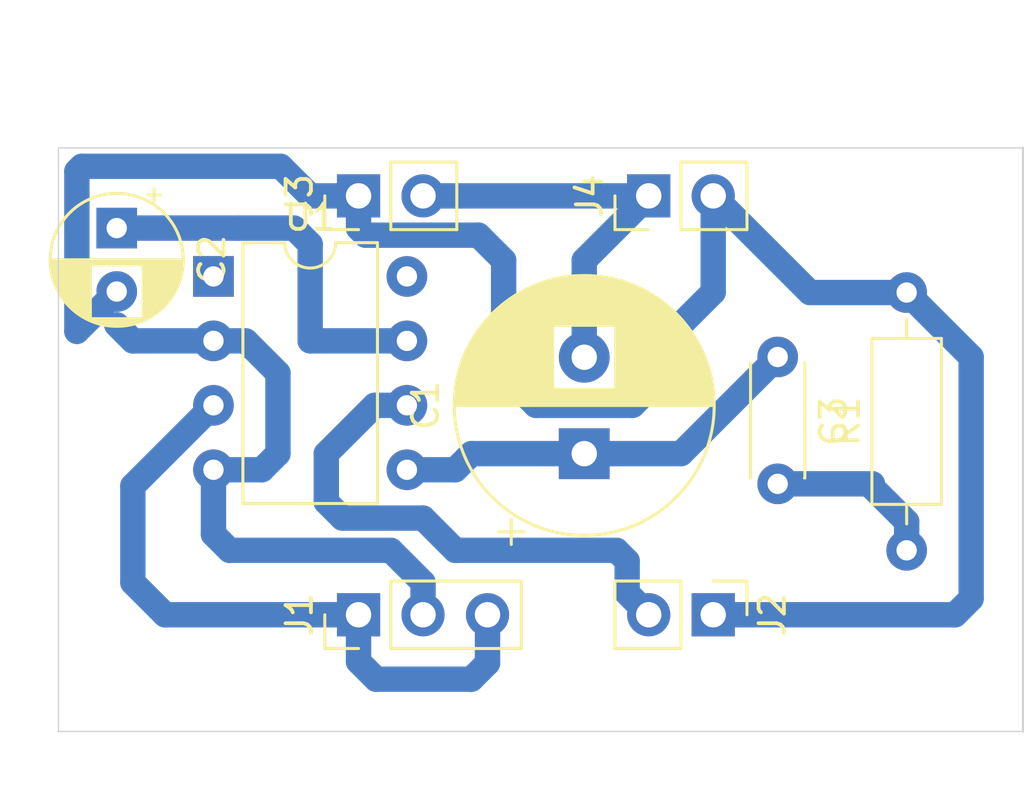
<source format=kicad_pcb>
(kicad_pcb (version 20171130) (host pcbnew "(5.1.4)-1")

  (general
    (thickness 1.6)
    (drawings 4)
    (tracks 72)
    (zones 0)
    (modules 9)
    (nets 10)
  )

  (page A4)
  (layers
    (0 F.Cu signal)
    (31 B.Cu signal)
    (32 B.Adhes user)
    (33 F.Adhes user)
    (34 B.Paste user)
    (35 F.Paste user)
    (36 B.SilkS user)
    (37 F.SilkS user)
    (38 B.Mask user)
    (39 F.Mask user)
    (40 Dwgs.User user)
    (41 Cmts.User user)
    (42 Eco1.User user)
    (43 Eco2.User user)
    (44 Edge.Cuts user)
    (45 Margin user)
    (46 B.CrtYd user)
    (47 F.CrtYd user)
    (48 B.Fab user)
    (49 F.Fab user)
  )

  (setup
    (last_trace_width 1)
    (trace_clearance 0.2)
    (zone_clearance 0.508)
    (zone_45_only no)
    (trace_min 0.2)
    (via_size 0.8)
    (via_drill 0.4)
    (via_min_size 0.4)
    (via_min_drill 0.3)
    (uvia_size 0.3)
    (uvia_drill 0.1)
    (uvias_allowed no)
    (uvia_min_size 0.2)
    (uvia_min_drill 0.1)
    (edge_width 0.05)
    (segment_width 0.2)
    (pcb_text_width 0.3)
    (pcb_text_size 1.5 1.5)
    (mod_edge_width 0.12)
    (mod_text_size 1 1)
    (mod_text_width 0.15)
    (pad_size 1.524 1.524)
    (pad_drill 0.762)
    (pad_to_mask_clearance 0.051)
    (solder_mask_min_width 0.25)
    (aux_axis_origin 0 0)
    (visible_elements FFFFFF7F)
    (pcbplotparams
      (layerselection 0x010fc_ffffffff)
      (usegerberextensions false)
      (usegerberattributes false)
      (usegerberadvancedattributes false)
      (creategerberjobfile false)
      (excludeedgelayer true)
      (linewidth 0.100000)
      (plotframeref false)
      (viasonmask false)
      (mode 1)
      (useauxorigin false)
      (hpglpennumber 1)
      (hpglpenspeed 20)
      (hpglpendiameter 15.000000)
      (psnegative false)
      (psa4output false)
      (plotreference true)
      (plotvalue true)
      (plotinvisibletext false)
      (padsonsilk false)
      (subtractmaskfromsilk false)
      (outputformat 1)
      (mirror false)
      (drillshape 1)
      (scaleselection 1)
      (outputdirectory ""))
  )

  (net 0 "")
  (net 1 "Net-(C1-Pad1)")
  (net 2 "Net-(C1-Pad2)")
  (net 3 "Net-(C2-Pad1)")
  (net 4 "Net-(C2-Pad2)")
  (net 5 "Net-(C3-Pad2)")
  (net 6 "Net-(J1-Pad1)")
  (net 7 "Net-(J2-Pad2)")
  (net 8 "Net-(U1-Pad1)")
  (net 9 "Net-(U1-Pad8)")

  (net_class Default "Dies ist die voreingestellte Netzklasse."
    (clearance 0.2)
    (trace_width 1)
    (via_dia 0.8)
    (via_drill 0.4)
    (uvia_dia 0.3)
    (uvia_drill 0.1)
    (add_net "Net-(C1-Pad1)")
    (add_net "Net-(C1-Pad2)")
    (add_net "Net-(C2-Pad1)")
    (add_net "Net-(C2-Pad2)")
    (add_net "Net-(C3-Pad2)")
    (add_net "Net-(J1-Pad1)")
    (add_net "Net-(J2-Pad2)")
    (add_net "Net-(U1-Pad1)")
    (add_net "Net-(U1-Pad8)")
  )

  (module Capacitor_THT:CP_Radial_D10.0mm_P3.80mm (layer F.Cu) (tedit 5AE50EF1) (tstamp 5DD6D354)
    (at 111.76 92.71 90)
    (descr "CP, Radial series, Radial, pin pitch=3.80mm, , diameter=10mm, Electrolytic Capacitor")
    (tags "CP Radial series Radial pin pitch 3.80mm  diameter 10mm Electrolytic Capacitor")
    (path /5DD67FB8)
    (fp_text reference C1 (at 1.9 -6.25 90) (layer F.SilkS)
      (effects (font (size 1 1) (thickness 0.15)))
    )
    (fp_text value CP (at 1.9 6.25 90) (layer F.Fab)
      (effects (font (size 1 1) (thickness 0.15)))
    )
    (fp_circle (center 1.9 0) (end 6.9 0) (layer F.Fab) (width 0.1))
    (fp_circle (center 1.9 0) (end 7.02 0) (layer F.SilkS) (width 0.12))
    (fp_circle (center 1.9 0) (end 7.15 0) (layer F.CrtYd) (width 0.05))
    (fp_line (start -2.388861 -2.1875) (end -1.388861 -2.1875) (layer F.Fab) (width 0.1))
    (fp_line (start -1.888861 -2.6875) (end -1.888861 -1.6875) (layer F.Fab) (width 0.1))
    (fp_line (start 1.9 -5.08) (end 1.9 5.08) (layer F.SilkS) (width 0.12))
    (fp_line (start 1.94 -5.08) (end 1.94 5.08) (layer F.SilkS) (width 0.12))
    (fp_line (start 1.98 -5.08) (end 1.98 5.08) (layer F.SilkS) (width 0.12))
    (fp_line (start 2.02 -5.079) (end 2.02 5.079) (layer F.SilkS) (width 0.12))
    (fp_line (start 2.06 -5.078) (end 2.06 5.078) (layer F.SilkS) (width 0.12))
    (fp_line (start 2.1 -5.077) (end 2.1 5.077) (layer F.SilkS) (width 0.12))
    (fp_line (start 2.14 -5.075) (end 2.14 5.075) (layer F.SilkS) (width 0.12))
    (fp_line (start 2.18 -5.073) (end 2.18 5.073) (layer F.SilkS) (width 0.12))
    (fp_line (start 2.22 -5.07) (end 2.22 5.07) (layer F.SilkS) (width 0.12))
    (fp_line (start 2.26 -5.068) (end 2.26 5.068) (layer F.SilkS) (width 0.12))
    (fp_line (start 2.3 -5.065) (end 2.3 5.065) (layer F.SilkS) (width 0.12))
    (fp_line (start 2.34 -5.062) (end 2.34 5.062) (layer F.SilkS) (width 0.12))
    (fp_line (start 2.38 -5.058) (end 2.38 5.058) (layer F.SilkS) (width 0.12))
    (fp_line (start 2.42 -5.054) (end 2.42 5.054) (layer F.SilkS) (width 0.12))
    (fp_line (start 2.46 -5.05) (end 2.46 5.05) (layer F.SilkS) (width 0.12))
    (fp_line (start 2.5 -5.045) (end 2.5 5.045) (layer F.SilkS) (width 0.12))
    (fp_line (start 2.54 -5.04) (end 2.54 5.04) (layer F.SilkS) (width 0.12))
    (fp_line (start 2.58 -5.035) (end 2.58 -1.241) (layer F.SilkS) (width 0.12))
    (fp_line (start 2.58 1.241) (end 2.58 5.035) (layer F.SilkS) (width 0.12))
    (fp_line (start 2.621 -5.03) (end 2.621 -1.241) (layer F.SilkS) (width 0.12))
    (fp_line (start 2.621 1.241) (end 2.621 5.03) (layer F.SilkS) (width 0.12))
    (fp_line (start 2.661 -5.024) (end 2.661 -1.241) (layer F.SilkS) (width 0.12))
    (fp_line (start 2.661 1.241) (end 2.661 5.024) (layer F.SilkS) (width 0.12))
    (fp_line (start 2.701 -5.018) (end 2.701 -1.241) (layer F.SilkS) (width 0.12))
    (fp_line (start 2.701 1.241) (end 2.701 5.018) (layer F.SilkS) (width 0.12))
    (fp_line (start 2.741 -5.011) (end 2.741 -1.241) (layer F.SilkS) (width 0.12))
    (fp_line (start 2.741 1.241) (end 2.741 5.011) (layer F.SilkS) (width 0.12))
    (fp_line (start 2.781 -5.004) (end 2.781 -1.241) (layer F.SilkS) (width 0.12))
    (fp_line (start 2.781 1.241) (end 2.781 5.004) (layer F.SilkS) (width 0.12))
    (fp_line (start 2.821 -4.997) (end 2.821 -1.241) (layer F.SilkS) (width 0.12))
    (fp_line (start 2.821 1.241) (end 2.821 4.997) (layer F.SilkS) (width 0.12))
    (fp_line (start 2.861 -4.99) (end 2.861 -1.241) (layer F.SilkS) (width 0.12))
    (fp_line (start 2.861 1.241) (end 2.861 4.99) (layer F.SilkS) (width 0.12))
    (fp_line (start 2.901 -4.982) (end 2.901 -1.241) (layer F.SilkS) (width 0.12))
    (fp_line (start 2.901 1.241) (end 2.901 4.982) (layer F.SilkS) (width 0.12))
    (fp_line (start 2.941 -4.974) (end 2.941 -1.241) (layer F.SilkS) (width 0.12))
    (fp_line (start 2.941 1.241) (end 2.941 4.974) (layer F.SilkS) (width 0.12))
    (fp_line (start 2.981 -4.965) (end 2.981 -1.241) (layer F.SilkS) (width 0.12))
    (fp_line (start 2.981 1.241) (end 2.981 4.965) (layer F.SilkS) (width 0.12))
    (fp_line (start 3.021 -4.956) (end 3.021 -1.241) (layer F.SilkS) (width 0.12))
    (fp_line (start 3.021 1.241) (end 3.021 4.956) (layer F.SilkS) (width 0.12))
    (fp_line (start 3.061 -4.947) (end 3.061 -1.241) (layer F.SilkS) (width 0.12))
    (fp_line (start 3.061 1.241) (end 3.061 4.947) (layer F.SilkS) (width 0.12))
    (fp_line (start 3.101 -4.938) (end 3.101 -1.241) (layer F.SilkS) (width 0.12))
    (fp_line (start 3.101 1.241) (end 3.101 4.938) (layer F.SilkS) (width 0.12))
    (fp_line (start 3.141 -4.928) (end 3.141 -1.241) (layer F.SilkS) (width 0.12))
    (fp_line (start 3.141 1.241) (end 3.141 4.928) (layer F.SilkS) (width 0.12))
    (fp_line (start 3.181 -4.918) (end 3.181 -1.241) (layer F.SilkS) (width 0.12))
    (fp_line (start 3.181 1.241) (end 3.181 4.918) (layer F.SilkS) (width 0.12))
    (fp_line (start 3.221 -4.907) (end 3.221 -1.241) (layer F.SilkS) (width 0.12))
    (fp_line (start 3.221 1.241) (end 3.221 4.907) (layer F.SilkS) (width 0.12))
    (fp_line (start 3.261 -4.897) (end 3.261 -1.241) (layer F.SilkS) (width 0.12))
    (fp_line (start 3.261 1.241) (end 3.261 4.897) (layer F.SilkS) (width 0.12))
    (fp_line (start 3.301 -4.885) (end 3.301 -1.241) (layer F.SilkS) (width 0.12))
    (fp_line (start 3.301 1.241) (end 3.301 4.885) (layer F.SilkS) (width 0.12))
    (fp_line (start 3.341 -4.874) (end 3.341 -1.241) (layer F.SilkS) (width 0.12))
    (fp_line (start 3.341 1.241) (end 3.341 4.874) (layer F.SilkS) (width 0.12))
    (fp_line (start 3.381 -4.862) (end 3.381 -1.241) (layer F.SilkS) (width 0.12))
    (fp_line (start 3.381 1.241) (end 3.381 4.862) (layer F.SilkS) (width 0.12))
    (fp_line (start 3.421 -4.85) (end 3.421 -1.241) (layer F.SilkS) (width 0.12))
    (fp_line (start 3.421 1.241) (end 3.421 4.85) (layer F.SilkS) (width 0.12))
    (fp_line (start 3.461 -4.837) (end 3.461 -1.241) (layer F.SilkS) (width 0.12))
    (fp_line (start 3.461 1.241) (end 3.461 4.837) (layer F.SilkS) (width 0.12))
    (fp_line (start 3.501 -4.824) (end 3.501 -1.241) (layer F.SilkS) (width 0.12))
    (fp_line (start 3.501 1.241) (end 3.501 4.824) (layer F.SilkS) (width 0.12))
    (fp_line (start 3.541 -4.811) (end 3.541 -1.241) (layer F.SilkS) (width 0.12))
    (fp_line (start 3.541 1.241) (end 3.541 4.811) (layer F.SilkS) (width 0.12))
    (fp_line (start 3.581 -4.797) (end 3.581 -1.241) (layer F.SilkS) (width 0.12))
    (fp_line (start 3.581 1.241) (end 3.581 4.797) (layer F.SilkS) (width 0.12))
    (fp_line (start 3.621 -4.783) (end 3.621 -1.241) (layer F.SilkS) (width 0.12))
    (fp_line (start 3.621 1.241) (end 3.621 4.783) (layer F.SilkS) (width 0.12))
    (fp_line (start 3.661 -4.768) (end 3.661 -1.241) (layer F.SilkS) (width 0.12))
    (fp_line (start 3.661 1.241) (end 3.661 4.768) (layer F.SilkS) (width 0.12))
    (fp_line (start 3.701 -4.754) (end 3.701 -1.241) (layer F.SilkS) (width 0.12))
    (fp_line (start 3.701 1.241) (end 3.701 4.754) (layer F.SilkS) (width 0.12))
    (fp_line (start 3.741 -4.738) (end 3.741 -1.241) (layer F.SilkS) (width 0.12))
    (fp_line (start 3.741 1.241) (end 3.741 4.738) (layer F.SilkS) (width 0.12))
    (fp_line (start 3.781 -4.723) (end 3.781 -1.241) (layer F.SilkS) (width 0.12))
    (fp_line (start 3.781 1.241) (end 3.781 4.723) (layer F.SilkS) (width 0.12))
    (fp_line (start 3.821 -4.707) (end 3.821 -1.241) (layer F.SilkS) (width 0.12))
    (fp_line (start 3.821 1.241) (end 3.821 4.707) (layer F.SilkS) (width 0.12))
    (fp_line (start 3.861 -4.69) (end 3.861 -1.241) (layer F.SilkS) (width 0.12))
    (fp_line (start 3.861 1.241) (end 3.861 4.69) (layer F.SilkS) (width 0.12))
    (fp_line (start 3.901 -4.674) (end 3.901 -1.241) (layer F.SilkS) (width 0.12))
    (fp_line (start 3.901 1.241) (end 3.901 4.674) (layer F.SilkS) (width 0.12))
    (fp_line (start 3.941 -4.657) (end 3.941 -1.241) (layer F.SilkS) (width 0.12))
    (fp_line (start 3.941 1.241) (end 3.941 4.657) (layer F.SilkS) (width 0.12))
    (fp_line (start 3.981 -4.639) (end 3.981 -1.241) (layer F.SilkS) (width 0.12))
    (fp_line (start 3.981 1.241) (end 3.981 4.639) (layer F.SilkS) (width 0.12))
    (fp_line (start 4.021 -4.621) (end 4.021 -1.241) (layer F.SilkS) (width 0.12))
    (fp_line (start 4.021 1.241) (end 4.021 4.621) (layer F.SilkS) (width 0.12))
    (fp_line (start 4.061 -4.603) (end 4.061 -1.241) (layer F.SilkS) (width 0.12))
    (fp_line (start 4.061 1.241) (end 4.061 4.603) (layer F.SilkS) (width 0.12))
    (fp_line (start 4.101 -4.584) (end 4.101 -1.241) (layer F.SilkS) (width 0.12))
    (fp_line (start 4.101 1.241) (end 4.101 4.584) (layer F.SilkS) (width 0.12))
    (fp_line (start 4.141 -4.564) (end 4.141 -1.241) (layer F.SilkS) (width 0.12))
    (fp_line (start 4.141 1.241) (end 4.141 4.564) (layer F.SilkS) (width 0.12))
    (fp_line (start 4.181 -4.545) (end 4.181 -1.241) (layer F.SilkS) (width 0.12))
    (fp_line (start 4.181 1.241) (end 4.181 4.545) (layer F.SilkS) (width 0.12))
    (fp_line (start 4.221 -4.525) (end 4.221 -1.241) (layer F.SilkS) (width 0.12))
    (fp_line (start 4.221 1.241) (end 4.221 4.525) (layer F.SilkS) (width 0.12))
    (fp_line (start 4.261 -4.504) (end 4.261 -1.241) (layer F.SilkS) (width 0.12))
    (fp_line (start 4.261 1.241) (end 4.261 4.504) (layer F.SilkS) (width 0.12))
    (fp_line (start 4.301 -4.483) (end 4.301 -1.241) (layer F.SilkS) (width 0.12))
    (fp_line (start 4.301 1.241) (end 4.301 4.483) (layer F.SilkS) (width 0.12))
    (fp_line (start 4.341 -4.462) (end 4.341 -1.241) (layer F.SilkS) (width 0.12))
    (fp_line (start 4.341 1.241) (end 4.341 4.462) (layer F.SilkS) (width 0.12))
    (fp_line (start 4.381 -4.44) (end 4.381 -1.241) (layer F.SilkS) (width 0.12))
    (fp_line (start 4.381 1.241) (end 4.381 4.44) (layer F.SilkS) (width 0.12))
    (fp_line (start 4.421 -4.417) (end 4.421 -1.241) (layer F.SilkS) (width 0.12))
    (fp_line (start 4.421 1.241) (end 4.421 4.417) (layer F.SilkS) (width 0.12))
    (fp_line (start 4.461 -4.395) (end 4.461 -1.241) (layer F.SilkS) (width 0.12))
    (fp_line (start 4.461 1.241) (end 4.461 4.395) (layer F.SilkS) (width 0.12))
    (fp_line (start 4.501 -4.371) (end 4.501 -1.241) (layer F.SilkS) (width 0.12))
    (fp_line (start 4.501 1.241) (end 4.501 4.371) (layer F.SilkS) (width 0.12))
    (fp_line (start 4.541 -4.347) (end 4.541 -1.241) (layer F.SilkS) (width 0.12))
    (fp_line (start 4.541 1.241) (end 4.541 4.347) (layer F.SilkS) (width 0.12))
    (fp_line (start 4.581 -4.323) (end 4.581 -1.241) (layer F.SilkS) (width 0.12))
    (fp_line (start 4.581 1.241) (end 4.581 4.323) (layer F.SilkS) (width 0.12))
    (fp_line (start 4.621 -4.298) (end 4.621 -1.241) (layer F.SilkS) (width 0.12))
    (fp_line (start 4.621 1.241) (end 4.621 4.298) (layer F.SilkS) (width 0.12))
    (fp_line (start 4.661 -4.273) (end 4.661 -1.241) (layer F.SilkS) (width 0.12))
    (fp_line (start 4.661 1.241) (end 4.661 4.273) (layer F.SilkS) (width 0.12))
    (fp_line (start 4.701 -4.247) (end 4.701 -1.241) (layer F.SilkS) (width 0.12))
    (fp_line (start 4.701 1.241) (end 4.701 4.247) (layer F.SilkS) (width 0.12))
    (fp_line (start 4.741 -4.221) (end 4.741 -1.241) (layer F.SilkS) (width 0.12))
    (fp_line (start 4.741 1.241) (end 4.741 4.221) (layer F.SilkS) (width 0.12))
    (fp_line (start 4.781 -4.194) (end 4.781 -1.241) (layer F.SilkS) (width 0.12))
    (fp_line (start 4.781 1.241) (end 4.781 4.194) (layer F.SilkS) (width 0.12))
    (fp_line (start 4.821 -4.166) (end 4.821 -1.241) (layer F.SilkS) (width 0.12))
    (fp_line (start 4.821 1.241) (end 4.821 4.166) (layer F.SilkS) (width 0.12))
    (fp_line (start 4.861 -4.138) (end 4.861 -1.241) (layer F.SilkS) (width 0.12))
    (fp_line (start 4.861 1.241) (end 4.861 4.138) (layer F.SilkS) (width 0.12))
    (fp_line (start 4.901 -4.11) (end 4.901 -1.241) (layer F.SilkS) (width 0.12))
    (fp_line (start 4.901 1.241) (end 4.901 4.11) (layer F.SilkS) (width 0.12))
    (fp_line (start 4.941 -4.08) (end 4.941 -1.241) (layer F.SilkS) (width 0.12))
    (fp_line (start 4.941 1.241) (end 4.941 4.08) (layer F.SilkS) (width 0.12))
    (fp_line (start 4.981 -4.05) (end 4.981 -1.241) (layer F.SilkS) (width 0.12))
    (fp_line (start 4.981 1.241) (end 4.981 4.05) (layer F.SilkS) (width 0.12))
    (fp_line (start 5.021 -4.02) (end 5.021 -1.241) (layer F.SilkS) (width 0.12))
    (fp_line (start 5.021 1.241) (end 5.021 4.02) (layer F.SilkS) (width 0.12))
    (fp_line (start 5.061 -3.989) (end 5.061 3.989) (layer F.SilkS) (width 0.12))
    (fp_line (start 5.101 -3.957) (end 5.101 3.957) (layer F.SilkS) (width 0.12))
    (fp_line (start 5.141 -3.925) (end 5.141 3.925) (layer F.SilkS) (width 0.12))
    (fp_line (start 5.181 -3.892) (end 5.181 3.892) (layer F.SilkS) (width 0.12))
    (fp_line (start 5.221 -3.858) (end 5.221 3.858) (layer F.SilkS) (width 0.12))
    (fp_line (start 5.261 -3.824) (end 5.261 3.824) (layer F.SilkS) (width 0.12))
    (fp_line (start 5.301 -3.789) (end 5.301 3.789) (layer F.SilkS) (width 0.12))
    (fp_line (start 5.341 -3.753) (end 5.341 3.753) (layer F.SilkS) (width 0.12))
    (fp_line (start 5.381 -3.716) (end 5.381 3.716) (layer F.SilkS) (width 0.12))
    (fp_line (start 5.421 -3.679) (end 5.421 3.679) (layer F.SilkS) (width 0.12))
    (fp_line (start 5.461 -3.64) (end 5.461 3.64) (layer F.SilkS) (width 0.12))
    (fp_line (start 5.501 -3.601) (end 5.501 3.601) (layer F.SilkS) (width 0.12))
    (fp_line (start 5.541 -3.561) (end 5.541 3.561) (layer F.SilkS) (width 0.12))
    (fp_line (start 5.581 -3.52) (end 5.581 3.52) (layer F.SilkS) (width 0.12))
    (fp_line (start 5.621 -3.478) (end 5.621 3.478) (layer F.SilkS) (width 0.12))
    (fp_line (start 5.661 -3.436) (end 5.661 3.436) (layer F.SilkS) (width 0.12))
    (fp_line (start 5.701 -3.392) (end 5.701 3.392) (layer F.SilkS) (width 0.12))
    (fp_line (start 5.741 -3.347) (end 5.741 3.347) (layer F.SilkS) (width 0.12))
    (fp_line (start 5.781 -3.301) (end 5.781 3.301) (layer F.SilkS) (width 0.12))
    (fp_line (start 5.821 -3.254) (end 5.821 3.254) (layer F.SilkS) (width 0.12))
    (fp_line (start 5.861 -3.206) (end 5.861 3.206) (layer F.SilkS) (width 0.12))
    (fp_line (start 5.901 -3.156) (end 5.901 3.156) (layer F.SilkS) (width 0.12))
    (fp_line (start 5.941 -3.106) (end 5.941 3.106) (layer F.SilkS) (width 0.12))
    (fp_line (start 5.981 -3.054) (end 5.981 3.054) (layer F.SilkS) (width 0.12))
    (fp_line (start 6.021 -3) (end 6.021 3) (layer F.SilkS) (width 0.12))
    (fp_line (start 6.061 -2.945) (end 6.061 2.945) (layer F.SilkS) (width 0.12))
    (fp_line (start 6.101 -2.889) (end 6.101 2.889) (layer F.SilkS) (width 0.12))
    (fp_line (start 6.141 -2.83) (end 6.141 2.83) (layer F.SilkS) (width 0.12))
    (fp_line (start 6.181 -2.77) (end 6.181 2.77) (layer F.SilkS) (width 0.12))
    (fp_line (start 6.221 -2.709) (end 6.221 2.709) (layer F.SilkS) (width 0.12))
    (fp_line (start 6.261 -2.645) (end 6.261 2.645) (layer F.SilkS) (width 0.12))
    (fp_line (start 6.301 -2.579) (end 6.301 2.579) (layer F.SilkS) (width 0.12))
    (fp_line (start 6.341 -2.51) (end 6.341 2.51) (layer F.SilkS) (width 0.12))
    (fp_line (start 6.381 -2.439) (end 6.381 2.439) (layer F.SilkS) (width 0.12))
    (fp_line (start 6.421 -2.365) (end 6.421 2.365) (layer F.SilkS) (width 0.12))
    (fp_line (start 6.461 -2.289) (end 6.461 2.289) (layer F.SilkS) (width 0.12))
    (fp_line (start 6.501 -2.209) (end 6.501 2.209) (layer F.SilkS) (width 0.12))
    (fp_line (start 6.541 -2.125) (end 6.541 2.125) (layer F.SilkS) (width 0.12))
    (fp_line (start 6.581 -2.037) (end 6.581 2.037) (layer F.SilkS) (width 0.12))
    (fp_line (start 6.621 -1.944) (end 6.621 1.944) (layer F.SilkS) (width 0.12))
    (fp_line (start 6.661 -1.846) (end 6.661 1.846) (layer F.SilkS) (width 0.12))
    (fp_line (start 6.701 -1.742) (end 6.701 1.742) (layer F.SilkS) (width 0.12))
    (fp_line (start 6.741 -1.63) (end 6.741 1.63) (layer F.SilkS) (width 0.12))
    (fp_line (start 6.781 -1.51) (end 6.781 1.51) (layer F.SilkS) (width 0.12))
    (fp_line (start 6.821 -1.378) (end 6.821 1.378) (layer F.SilkS) (width 0.12))
    (fp_line (start 6.861 -1.23) (end 6.861 1.23) (layer F.SilkS) (width 0.12))
    (fp_line (start 6.901 -1.062) (end 6.901 1.062) (layer F.SilkS) (width 0.12))
    (fp_line (start 6.941 -0.862) (end 6.941 0.862) (layer F.SilkS) (width 0.12))
    (fp_line (start 6.981 -0.599) (end 6.981 0.599) (layer F.SilkS) (width 0.12))
    (fp_line (start -3.579646 -2.875) (end -2.579646 -2.875) (layer F.SilkS) (width 0.12))
    (fp_line (start -3.079646 -3.375) (end -3.079646 -2.375) (layer F.SilkS) (width 0.12))
    (fp_text user %R (at 1.9 0 90) (layer F.Fab)
      (effects (font (size 1 1) (thickness 0.15)))
    )
    (pad 1 thru_hole rect (at 0 0 90) (size 2 2) (drill 1) (layers *.Cu *.Mask)
      (net 1 "Net-(C1-Pad1)"))
    (pad 2 thru_hole circle (at 3.8 0 90) (size 2 2) (drill 1) (layers *.Cu *.Mask)
      (net 2 "Net-(C1-Pad2)"))
    (model ${KISYS3DMOD}/Capacitor_THT.3dshapes/CP_Radial_D10.0mm_P3.80mm.wrl
      (at (xyz 0 0 0))
      (scale (xyz 1 1 1))
      (rotate (xyz 0 0 0))
    )
  )

  (module Capacitor_THT:CP_Radial_D5.0mm_P2.50mm (layer F.Cu) (tedit 5AE50EF0) (tstamp 5DD6D3D8)
    (at 93.345 83.82 270)
    (descr "CP, Radial series, Radial, pin pitch=2.50mm, , diameter=5mm, Electrolytic Capacitor")
    (tags "CP Radial series Radial pin pitch 2.50mm  diameter 5mm Electrolytic Capacitor")
    (path /5DD684E8)
    (fp_text reference C2 (at 1.25 -3.75 90) (layer F.SilkS)
      (effects (font (size 1 1) (thickness 0.15)))
    )
    (fp_text value CP (at 1.25 3.75 90) (layer F.Fab)
      (effects (font (size 1 1) (thickness 0.15)))
    )
    (fp_circle (center 1.25 0) (end 3.75 0) (layer F.Fab) (width 0.1))
    (fp_circle (center 1.25 0) (end 3.87 0) (layer F.SilkS) (width 0.12))
    (fp_circle (center 1.25 0) (end 4 0) (layer F.CrtYd) (width 0.05))
    (fp_line (start -0.883605 -1.0875) (end -0.383605 -1.0875) (layer F.Fab) (width 0.1))
    (fp_line (start -0.633605 -1.3375) (end -0.633605 -0.8375) (layer F.Fab) (width 0.1))
    (fp_line (start 1.25 -2.58) (end 1.25 2.58) (layer F.SilkS) (width 0.12))
    (fp_line (start 1.29 -2.58) (end 1.29 2.58) (layer F.SilkS) (width 0.12))
    (fp_line (start 1.33 -2.579) (end 1.33 2.579) (layer F.SilkS) (width 0.12))
    (fp_line (start 1.37 -2.578) (end 1.37 2.578) (layer F.SilkS) (width 0.12))
    (fp_line (start 1.41 -2.576) (end 1.41 2.576) (layer F.SilkS) (width 0.12))
    (fp_line (start 1.45 -2.573) (end 1.45 2.573) (layer F.SilkS) (width 0.12))
    (fp_line (start 1.49 -2.569) (end 1.49 -1.04) (layer F.SilkS) (width 0.12))
    (fp_line (start 1.49 1.04) (end 1.49 2.569) (layer F.SilkS) (width 0.12))
    (fp_line (start 1.53 -2.565) (end 1.53 -1.04) (layer F.SilkS) (width 0.12))
    (fp_line (start 1.53 1.04) (end 1.53 2.565) (layer F.SilkS) (width 0.12))
    (fp_line (start 1.57 -2.561) (end 1.57 -1.04) (layer F.SilkS) (width 0.12))
    (fp_line (start 1.57 1.04) (end 1.57 2.561) (layer F.SilkS) (width 0.12))
    (fp_line (start 1.61 -2.556) (end 1.61 -1.04) (layer F.SilkS) (width 0.12))
    (fp_line (start 1.61 1.04) (end 1.61 2.556) (layer F.SilkS) (width 0.12))
    (fp_line (start 1.65 -2.55) (end 1.65 -1.04) (layer F.SilkS) (width 0.12))
    (fp_line (start 1.65 1.04) (end 1.65 2.55) (layer F.SilkS) (width 0.12))
    (fp_line (start 1.69 -2.543) (end 1.69 -1.04) (layer F.SilkS) (width 0.12))
    (fp_line (start 1.69 1.04) (end 1.69 2.543) (layer F.SilkS) (width 0.12))
    (fp_line (start 1.73 -2.536) (end 1.73 -1.04) (layer F.SilkS) (width 0.12))
    (fp_line (start 1.73 1.04) (end 1.73 2.536) (layer F.SilkS) (width 0.12))
    (fp_line (start 1.77 -2.528) (end 1.77 -1.04) (layer F.SilkS) (width 0.12))
    (fp_line (start 1.77 1.04) (end 1.77 2.528) (layer F.SilkS) (width 0.12))
    (fp_line (start 1.81 -2.52) (end 1.81 -1.04) (layer F.SilkS) (width 0.12))
    (fp_line (start 1.81 1.04) (end 1.81 2.52) (layer F.SilkS) (width 0.12))
    (fp_line (start 1.85 -2.511) (end 1.85 -1.04) (layer F.SilkS) (width 0.12))
    (fp_line (start 1.85 1.04) (end 1.85 2.511) (layer F.SilkS) (width 0.12))
    (fp_line (start 1.89 -2.501) (end 1.89 -1.04) (layer F.SilkS) (width 0.12))
    (fp_line (start 1.89 1.04) (end 1.89 2.501) (layer F.SilkS) (width 0.12))
    (fp_line (start 1.93 -2.491) (end 1.93 -1.04) (layer F.SilkS) (width 0.12))
    (fp_line (start 1.93 1.04) (end 1.93 2.491) (layer F.SilkS) (width 0.12))
    (fp_line (start 1.971 -2.48) (end 1.971 -1.04) (layer F.SilkS) (width 0.12))
    (fp_line (start 1.971 1.04) (end 1.971 2.48) (layer F.SilkS) (width 0.12))
    (fp_line (start 2.011 -2.468) (end 2.011 -1.04) (layer F.SilkS) (width 0.12))
    (fp_line (start 2.011 1.04) (end 2.011 2.468) (layer F.SilkS) (width 0.12))
    (fp_line (start 2.051 -2.455) (end 2.051 -1.04) (layer F.SilkS) (width 0.12))
    (fp_line (start 2.051 1.04) (end 2.051 2.455) (layer F.SilkS) (width 0.12))
    (fp_line (start 2.091 -2.442) (end 2.091 -1.04) (layer F.SilkS) (width 0.12))
    (fp_line (start 2.091 1.04) (end 2.091 2.442) (layer F.SilkS) (width 0.12))
    (fp_line (start 2.131 -2.428) (end 2.131 -1.04) (layer F.SilkS) (width 0.12))
    (fp_line (start 2.131 1.04) (end 2.131 2.428) (layer F.SilkS) (width 0.12))
    (fp_line (start 2.171 -2.414) (end 2.171 -1.04) (layer F.SilkS) (width 0.12))
    (fp_line (start 2.171 1.04) (end 2.171 2.414) (layer F.SilkS) (width 0.12))
    (fp_line (start 2.211 -2.398) (end 2.211 -1.04) (layer F.SilkS) (width 0.12))
    (fp_line (start 2.211 1.04) (end 2.211 2.398) (layer F.SilkS) (width 0.12))
    (fp_line (start 2.251 -2.382) (end 2.251 -1.04) (layer F.SilkS) (width 0.12))
    (fp_line (start 2.251 1.04) (end 2.251 2.382) (layer F.SilkS) (width 0.12))
    (fp_line (start 2.291 -2.365) (end 2.291 -1.04) (layer F.SilkS) (width 0.12))
    (fp_line (start 2.291 1.04) (end 2.291 2.365) (layer F.SilkS) (width 0.12))
    (fp_line (start 2.331 -2.348) (end 2.331 -1.04) (layer F.SilkS) (width 0.12))
    (fp_line (start 2.331 1.04) (end 2.331 2.348) (layer F.SilkS) (width 0.12))
    (fp_line (start 2.371 -2.329) (end 2.371 -1.04) (layer F.SilkS) (width 0.12))
    (fp_line (start 2.371 1.04) (end 2.371 2.329) (layer F.SilkS) (width 0.12))
    (fp_line (start 2.411 -2.31) (end 2.411 -1.04) (layer F.SilkS) (width 0.12))
    (fp_line (start 2.411 1.04) (end 2.411 2.31) (layer F.SilkS) (width 0.12))
    (fp_line (start 2.451 -2.29) (end 2.451 -1.04) (layer F.SilkS) (width 0.12))
    (fp_line (start 2.451 1.04) (end 2.451 2.29) (layer F.SilkS) (width 0.12))
    (fp_line (start 2.491 -2.268) (end 2.491 -1.04) (layer F.SilkS) (width 0.12))
    (fp_line (start 2.491 1.04) (end 2.491 2.268) (layer F.SilkS) (width 0.12))
    (fp_line (start 2.531 -2.247) (end 2.531 -1.04) (layer F.SilkS) (width 0.12))
    (fp_line (start 2.531 1.04) (end 2.531 2.247) (layer F.SilkS) (width 0.12))
    (fp_line (start 2.571 -2.224) (end 2.571 -1.04) (layer F.SilkS) (width 0.12))
    (fp_line (start 2.571 1.04) (end 2.571 2.224) (layer F.SilkS) (width 0.12))
    (fp_line (start 2.611 -2.2) (end 2.611 -1.04) (layer F.SilkS) (width 0.12))
    (fp_line (start 2.611 1.04) (end 2.611 2.2) (layer F.SilkS) (width 0.12))
    (fp_line (start 2.651 -2.175) (end 2.651 -1.04) (layer F.SilkS) (width 0.12))
    (fp_line (start 2.651 1.04) (end 2.651 2.175) (layer F.SilkS) (width 0.12))
    (fp_line (start 2.691 -2.149) (end 2.691 -1.04) (layer F.SilkS) (width 0.12))
    (fp_line (start 2.691 1.04) (end 2.691 2.149) (layer F.SilkS) (width 0.12))
    (fp_line (start 2.731 -2.122) (end 2.731 -1.04) (layer F.SilkS) (width 0.12))
    (fp_line (start 2.731 1.04) (end 2.731 2.122) (layer F.SilkS) (width 0.12))
    (fp_line (start 2.771 -2.095) (end 2.771 -1.04) (layer F.SilkS) (width 0.12))
    (fp_line (start 2.771 1.04) (end 2.771 2.095) (layer F.SilkS) (width 0.12))
    (fp_line (start 2.811 -2.065) (end 2.811 -1.04) (layer F.SilkS) (width 0.12))
    (fp_line (start 2.811 1.04) (end 2.811 2.065) (layer F.SilkS) (width 0.12))
    (fp_line (start 2.851 -2.035) (end 2.851 -1.04) (layer F.SilkS) (width 0.12))
    (fp_line (start 2.851 1.04) (end 2.851 2.035) (layer F.SilkS) (width 0.12))
    (fp_line (start 2.891 -2.004) (end 2.891 -1.04) (layer F.SilkS) (width 0.12))
    (fp_line (start 2.891 1.04) (end 2.891 2.004) (layer F.SilkS) (width 0.12))
    (fp_line (start 2.931 -1.971) (end 2.931 -1.04) (layer F.SilkS) (width 0.12))
    (fp_line (start 2.931 1.04) (end 2.931 1.971) (layer F.SilkS) (width 0.12))
    (fp_line (start 2.971 -1.937) (end 2.971 -1.04) (layer F.SilkS) (width 0.12))
    (fp_line (start 2.971 1.04) (end 2.971 1.937) (layer F.SilkS) (width 0.12))
    (fp_line (start 3.011 -1.901) (end 3.011 -1.04) (layer F.SilkS) (width 0.12))
    (fp_line (start 3.011 1.04) (end 3.011 1.901) (layer F.SilkS) (width 0.12))
    (fp_line (start 3.051 -1.864) (end 3.051 -1.04) (layer F.SilkS) (width 0.12))
    (fp_line (start 3.051 1.04) (end 3.051 1.864) (layer F.SilkS) (width 0.12))
    (fp_line (start 3.091 -1.826) (end 3.091 -1.04) (layer F.SilkS) (width 0.12))
    (fp_line (start 3.091 1.04) (end 3.091 1.826) (layer F.SilkS) (width 0.12))
    (fp_line (start 3.131 -1.785) (end 3.131 -1.04) (layer F.SilkS) (width 0.12))
    (fp_line (start 3.131 1.04) (end 3.131 1.785) (layer F.SilkS) (width 0.12))
    (fp_line (start 3.171 -1.743) (end 3.171 -1.04) (layer F.SilkS) (width 0.12))
    (fp_line (start 3.171 1.04) (end 3.171 1.743) (layer F.SilkS) (width 0.12))
    (fp_line (start 3.211 -1.699) (end 3.211 -1.04) (layer F.SilkS) (width 0.12))
    (fp_line (start 3.211 1.04) (end 3.211 1.699) (layer F.SilkS) (width 0.12))
    (fp_line (start 3.251 -1.653) (end 3.251 -1.04) (layer F.SilkS) (width 0.12))
    (fp_line (start 3.251 1.04) (end 3.251 1.653) (layer F.SilkS) (width 0.12))
    (fp_line (start 3.291 -1.605) (end 3.291 -1.04) (layer F.SilkS) (width 0.12))
    (fp_line (start 3.291 1.04) (end 3.291 1.605) (layer F.SilkS) (width 0.12))
    (fp_line (start 3.331 -1.554) (end 3.331 -1.04) (layer F.SilkS) (width 0.12))
    (fp_line (start 3.331 1.04) (end 3.331 1.554) (layer F.SilkS) (width 0.12))
    (fp_line (start 3.371 -1.5) (end 3.371 -1.04) (layer F.SilkS) (width 0.12))
    (fp_line (start 3.371 1.04) (end 3.371 1.5) (layer F.SilkS) (width 0.12))
    (fp_line (start 3.411 -1.443) (end 3.411 -1.04) (layer F.SilkS) (width 0.12))
    (fp_line (start 3.411 1.04) (end 3.411 1.443) (layer F.SilkS) (width 0.12))
    (fp_line (start 3.451 -1.383) (end 3.451 -1.04) (layer F.SilkS) (width 0.12))
    (fp_line (start 3.451 1.04) (end 3.451 1.383) (layer F.SilkS) (width 0.12))
    (fp_line (start 3.491 -1.319) (end 3.491 -1.04) (layer F.SilkS) (width 0.12))
    (fp_line (start 3.491 1.04) (end 3.491 1.319) (layer F.SilkS) (width 0.12))
    (fp_line (start 3.531 -1.251) (end 3.531 -1.04) (layer F.SilkS) (width 0.12))
    (fp_line (start 3.531 1.04) (end 3.531 1.251) (layer F.SilkS) (width 0.12))
    (fp_line (start 3.571 -1.178) (end 3.571 1.178) (layer F.SilkS) (width 0.12))
    (fp_line (start 3.611 -1.098) (end 3.611 1.098) (layer F.SilkS) (width 0.12))
    (fp_line (start 3.651 -1.011) (end 3.651 1.011) (layer F.SilkS) (width 0.12))
    (fp_line (start 3.691 -0.915) (end 3.691 0.915) (layer F.SilkS) (width 0.12))
    (fp_line (start 3.731 -0.805) (end 3.731 0.805) (layer F.SilkS) (width 0.12))
    (fp_line (start 3.771 -0.677) (end 3.771 0.677) (layer F.SilkS) (width 0.12))
    (fp_line (start 3.811 -0.518) (end 3.811 0.518) (layer F.SilkS) (width 0.12))
    (fp_line (start 3.851 -0.284) (end 3.851 0.284) (layer F.SilkS) (width 0.12))
    (fp_line (start -1.554775 -1.475) (end -1.054775 -1.475) (layer F.SilkS) (width 0.12))
    (fp_line (start -1.304775 -1.725) (end -1.304775 -1.225) (layer F.SilkS) (width 0.12))
    (fp_text user %R (at 1.25 0 90) (layer F.Fab)
      (effects (font (size 1 1) (thickness 0.15)))
    )
    (pad 1 thru_hole rect (at 0 0 270) (size 1.6 1.6) (drill 0.8) (layers *.Cu *.Mask)
      (net 3 "Net-(C2-Pad1)"))
    (pad 2 thru_hole circle (at 2.5 0 270) (size 1.6 1.6) (drill 0.8) (layers *.Cu *.Mask)
      (net 4 "Net-(C2-Pad2)"))
    (model ${KISYS3DMOD}/Capacitor_THT.3dshapes/CP_Radial_D5.0mm_P2.50mm.wrl
      (at (xyz 0 0 0))
      (scale (xyz 1 1 1))
      (rotate (xyz 0 0 0))
    )
  )

  (module Capacitor_THT:C_Disc_D4.3mm_W1.9mm_P5.00mm (layer F.Cu) (tedit 5AE50EF0) (tstamp 5DD6D3ED)
    (at 119.38 88.9 270)
    (descr "C, Disc series, Radial, pin pitch=5.00mm, , diameter*width=4.3*1.9mm^2, Capacitor, http://www.vishay.com/docs/45233/krseries.pdf")
    (tags "C Disc series Radial pin pitch 5.00mm  diameter 4.3mm width 1.9mm Capacitor")
    (path /5DD6779C)
    (fp_text reference C3 (at 2.54 -2.2 90) (layer F.SilkS)
      (effects (font (size 1 1) (thickness 0.15)))
    )
    (fp_text value C (at 2.5 2.2 90) (layer F.Fab)
      (effects (font (size 1 1) (thickness 0.15)))
    )
    (fp_line (start 0.35 -0.95) (end 0.35 0.95) (layer F.Fab) (width 0.1))
    (fp_line (start 0.35 0.95) (end 4.65 0.95) (layer F.Fab) (width 0.1))
    (fp_line (start 4.65 0.95) (end 4.65 -0.95) (layer F.Fab) (width 0.1))
    (fp_line (start 4.65 -0.95) (end 0.35 -0.95) (layer F.Fab) (width 0.1))
    (fp_line (start 0.23 -1.07) (end 4.77 -1.07) (layer F.SilkS) (width 0.12))
    (fp_line (start 0.23 1.07) (end 4.77 1.07) (layer F.SilkS) (width 0.12))
    (fp_line (start 0.23 -1.07) (end 0.23 -1.055) (layer F.SilkS) (width 0.12))
    (fp_line (start 0.23 1.055) (end 0.23 1.07) (layer F.SilkS) (width 0.12))
    (fp_line (start 4.77 -1.07) (end 4.77 -1.055) (layer F.SilkS) (width 0.12))
    (fp_line (start 4.77 1.055) (end 4.77 1.07) (layer F.SilkS) (width 0.12))
    (fp_line (start -1.05 -1.2) (end -1.05 1.2) (layer F.CrtYd) (width 0.05))
    (fp_line (start -1.05 1.2) (end 6.05 1.2) (layer F.CrtYd) (width 0.05))
    (fp_line (start 6.05 1.2) (end 6.05 -1.2) (layer F.CrtYd) (width 0.05))
    (fp_line (start 6.05 -1.2) (end -1.05 -1.2) (layer F.CrtYd) (width 0.05))
    (fp_text user %R (at 2.54 0 90) (layer F.Fab)
      (effects (font (size 0.86 0.86) (thickness 0.129)))
    )
    (pad 1 thru_hole circle (at 0 0 270) (size 1.6 1.6) (drill 0.8) (layers *.Cu *.Mask)
      (net 1 "Net-(C1-Pad1)"))
    (pad 2 thru_hole circle (at 5 0 270) (size 1.6 1.6) (drill 0.8) (layers *.Cu *.Mask)
      (net 5 "Net-(C3-Pad2)"))
    (model ${KISYS3DMOD}/Capacitor_THT.3dshapes/C_Disc_D4.3mm_W1.9mm_P5.00mm.wrl
      (at (xyz 0 0 0))
      (scale (xyz 1 1 1))
      (rotate (xyz 0 0 0))
    )
  )

  (module Connector_PinHeader_2.54mm:PinHeader_1x03_P2.54mm_Vertical (layer F.Cu) (tedit 59FED5CC) (tstamp 5DD6D404)
    (at 102.87 99.06 90)
    (descr "Through hole straight pin header, 1x03, 2.54mm pitch, single row")
    (tags "Through hole pin header THT 1x03 2.54mm single row")
    (path /5DD6ABE6)
    (fp_text reference J1 (at 0 -2.33 90) (layer F.SilkS)
      (effects (font (size 1 1) (thickness 0.15)))
    )
    (fp_text value Conn_01x03_Female (at 0 7.41 90) (layer F.Fab)
      (effects (font (size 1 1) (thickness 0.15)))
    )
    (fp_line (start -0.635 -1.27) (end 1.27 -1.27) (layer F.Fab) (width 0.1))
    (fp_line (start 1.27 -1.27) (end 1.27 6.35) (layer F.Fab) (width 0.1))
    (fp_line (start 1.27 6.35) (end -1.27 6.35) (layer F.Fab) (width 0.1))
    (fp_line (start -1.27 6.35) (end -1.27 -0.635) (layer F.Fab) (width 0.1))
    (fp_line (start -1.27 -0.635) (end -0.635 -1.27) (layer F.Fab) (width 0.1))
    (fp_line (start -1.33 6.41) (end 1.33 6.41) (layer F.SilkS) (width 0.12))
    (fp_line (start -1.33 1.27) (end -1.33 6.41) (layer F.SilkS) (width 0.12))
    (fp_line (start 1.33 1.27) (end 1.33 6.41) (layer F.SilkS) (width 0.12))
    (fp_line (start -1.33 1.27) (end 1.33 1.27) (layer F.SilkS) (width 0.12))
    (fp_line (start -1.33 0) (end -1.33 -1.33) (layer F.SilkS) (width 0.12))
    (fp_line (start -1.33 -1.33) (end 0 -1.33) (layer F.SilkS) (width 0.12))
    (fp_line (start -1.8 -1.8) (end -1.8 6.85) (layer F.CrtYd) (width 0.05))
    (fp_line (start -1.8 6.85) (end 1.8 6.85) (layer F.CrtYd) (width 0.05))
    (fp_line (start 1.8 6.85) (end 1.8 -1.8) (layer F.CrtYd) (width 0.05))
    (fp_line (start 1.8 -1.8) (end -1.8 -1.8) (layer F.CrtYd) (width 0.05))
    (fp_text user %R (at 0 2.54) (layer F.Fab)
      (effects (font (size 1 1) (thickness 0.15)))
    )
    (pad 1 thru_hole rect (at 0 0 90) (size 1.7 1.7) (drill 1) (layers *.Cu *.Mask)
      (net 6 "Net-(J1-Pad1)"))
    (pad 2 thru_hole oval (at 0 2.54 90) (size 1.7 1.7) (drill 1) (layers *.Cu *.Mask)
      (net 4 "Net-(C2-Pad2)"))
    (pad 3 thru_hole oval (at 0 5.08 90) (size 1.7 1.7) (drill 1) (layers *.Cu *.Mask)
      (net 6 "Net-(J1-Pad1)"))
    (model ${KISYS3DMOD}/Connector_PinHeader_2.54mm.3dshapes/PinHeader_1x03_P2.54mm_Vertical.wrl
      (at (xyz 0 0 0))
      (scale (xyz 1 1 1))
      (rotate (xyz 0 0 0))
    )
  )

  (module Connector_PinHeader_2.54mm:PinHeader_1x02_P2.54mm_Vertical (layer F.Cu) (tedit 59FED5CC) (tstamp 5DD6D41A)
    (at 116.84 99.06 270)
    (descr "Through hole straight pin header, 1x02, 2.54mm pitch, single row")
    (tags "Through hole pin header THT 1x02 2.54mm single row")
    (path /5DD6A404)
    (fp_text reference J2 (at 0 -2.33 90) (layer F.SilkS)
      (effects (font (size 1 1) (thickness 0.15)))
    )
    (fp_text value Conn_01x02_Female (at 0 4.87 90) (layer F.Fab)
      (effects (font (size 1 1) (thickness 0.15)))
    )
    (fp_line (start -0.635 -1.27) (end 1.27 -1.27) (layer F.Fab) (width 0.1))
    (fp_line (start 1.27 -1.27) (end 1.27 3.81) (layer F.Fab) (width 0.1))
    (fp_line (start 1.27 3.81) (end -1.27 3.81) (layer F.Fab) (width 0.1))
    (fp_line (start -1.27 3.81) (end -1.27 -0.635) (layer F.Fab) (width 0.1))
    (fp_line (start -1.27 -0.635) (end -0.635 -1.27) (layer F.Fab) (width 0.1))
    (fp_line (start -1.33 3.87) (end 1.33 3.87) (layer F.SilkS) (width 0.12))
    (fp_line (start -1.33 1.27) (end -1.33 3.87) (layer F.SilkS) (width 0.12))
    (fp_line (start 1.33 1.27) (end 1.33 3.87) (layer F.SilkS) (width 0.12))
    (fp_line (start -1.33 1.27) (end 1.33 1.27) (layer F.SilkS) (width 0.12))
    (fp_line (start -1.33 0) (end -1.33 -1.33) (layer F.SilkS) (width 0.12))
    (fp_line (start -1.33 -1.33) (end 0 -1.33) (layer F.SilkS) (width 0.12))
    (fp_line (start -1.8 -1.8) (end -1.8 4.35) (layer F.CrtYd) (width 0.05))
    (fp_line (start -1.8 4.35) (end 1.8 4.35) (layer F.CrtYd) (width 0.05))
    (fp_line (start 1.8 4.35) (end 1.8 -1.8) (layer F.CrtYd) (width 0.05))
    (fp_line (start 1.8 -1.8) (end -1.8 -1.8) (layer F.CrtYd) (width 0.05))
    (fp_text user %R (at 0 1.27) (layer F.Fab)
      (effects (font (size 1 1) (thickness 0.15)))
    )
    (pad 1 thru_hole rect (at 0 0 270) (size 1.7 1.7) (drill 1) (layers *.Cu *.Mask)
      (net 4 "Net-(C2-Pad2)"))
    (pad 2 thru_hole oval (at 0 2.54 270) (size 1.7 1.7) (drill 1) (layers *.Cu *.Mask)
      (net 7 "Net-(J2-Pad2)"))
    (model ${KISYS3DMOD}/Connector_PinHeader_2.54mm.3dshapes/PinHeader_1x02_P2.54mm_Vertical.wrl
      (at (xyz 0 0 0))
      (scale (xyz 1 1 1))
      (rotate (xyz 0 0 0))
    )
  )

  (module Connector_PinHeader_2.54mm:PinHeader_1x02_P2.54mm_Vertical (layer F.Cu) (tedit 59FED5CC) (tstamp 5DD6D430)
    (at 102.87 82.55 90)
    (descr "Through hole straight pin header, 1x02, 2.54mm pitch, single row")
    (tags "Through hole pin header THT 1x02 2.54mm single row")
    (path /5DD6A01D)
    (fp_text reference J3 (at 0 -2.33 90) (layer F.SilkS)
      (effects (font (size 1 1) (thickness 0.15)))
    )
    (fp_text value Conn_01x02_Female (at 0 4.87 90) (layer F.Fab)
      (effects (font (size 1 1) (thickness 0.15)))
    )
    (fp_text user %R (at 0 1.27) (layer F.Fab)
      (effects (font (size 1 1) (thickness 0.15)))
    )
    (fp_line (start 1.8 -1.8) (end -1.8 -1.8) (layer F.CrtYd) (width 0.05))
    (fp_line (start 1.8 4.35) (end 1.8 -1.8) (layer F.CrtYd) (width 0.05))
    (fp_line (start -1.8 4.35) (end 1.8 4.35) (layer F.CrtYd) (width 0.05))
    (fp_line (start -1.8 -1.8) (end -1.8 4.35) (layer F.CrtYd) (width 0.05))
    (fp_line (start -1.33 -1.33) (end 0 -1.33) (layer F.SilkS) (width 0.12))
    (fp_line (start -1.33 0) (end -1.33 -1.33) (layer F.SilkS) (width 0.12))
    (fp_line (start -1.33 1.27) (end 1.33 1.27) (layer F.SilkS) (width 0.12))
    (fp_line (start 1.33 1.27) (end 1.33 3.87) (layer F.SilkS) (width 0.12))
    (fp_line (start -1.33 1.27) (end -1.33 3.87) (layer F.SilkS) (width 0.12))
    (fp_line (start -1.33 3.87) (end 1.33 3.87) (layer F.SilkS) (width 0.12))
    (fp_line (start -1.27 -0.635) (end -0.635 -1.27) (layer F.Fab) (width 0.1))
    (fp_line (start -1.27 3.81) (end -1.27 -0.635) (layer F.Fab) (width 0.1))
    (fp_line (start 1.27 3.81) (end -1.27 3.81) (layer F.Fab) (width 0.1))
    (fp_line (start 1.27 -1.27) (end 1.27 3.81) (layer F.Fab) (width 0.1))
    (fp_line (start -0.635 -1.27) (end 1.27 -1.27) (layer F.Fab) (width 0.1))
    (pad 2 thru_hole oval (at 0 2.54 90) (size 1.7 1.7) (drill 1) (layers *.Cu *.Mask)
      (net 2 "Net-(C1-Pad2)"))
    (pad 1 thru_hole rect (at 0 0 90) (size 1.7 1.7) (drill 1) (layers *.Cu *.Mask)
      (net 4 "Net-(C2-Pad2)"))
    (model ${KISYS3DMOD}/Connector_PinHeader_2.54mm.3dshapes/PinHeader_1x02_P2.54mm_Vertical.wrl
      (at (xyz 0 0 0))
      (scale (xyz 1 1 1))
      (rotate (xyz 0 0 0))
    )
  )

  (module Connector_PinHeader_2.54mm:PinHeader_1x02_P2.54mm_Vertical (layer F.Cu) (tedit 59FED5CC) (tstamp 5DD6D446)
    (at 114.3 82.55 90)
    (descr "Through hole straight pin header, 1x02, 2.54mm pitch, single row")
    (tags "Through hole pin header THT 1x02 2.54mm single row")
    (path /5DD69B42)
    (fp_text reference J4 (at 0 -2.33 90) (layer F.SilkS)
      (effects (font (size 1 1) (thickness 0.15)))
    )
    (fp_text value Conn_01x02_Female (at 0 4.87 90) (layer F.Fab)
      (effects (font (size 1 1) (thickness 0.15)))
    )
    (fp_line (start -0.635 -1.27) (end 1.27 -1.27) (layer F.Fab) (width 0.1))
    (fp_line (start 1.27 -1.27) (end 1.27 3.81) (layer F.Fab) (width 0.1))
    (fp_line (start 1.27 3.81) (end -1.27 3.81) (layer F.Fab) (width 0.1))
    (fp_line (start -1.27 3.81) (end -1.27 -0.635) (layer F.Fab) (width 0.1))
    (fp_line (start -1.27 -0.635) (end -0.635 -1.27) (layer F.Fab) (width 0.1))
    (fp_line (start -1.33 3.87) (end 1.33 3.87) (layer F.SilkS) (width 0.12))
    (fp_line (start -1.33 1.27) (end -1.33 3.87) (layer F.SilkS) (width 0.12))
    (fp_line (start 1.33 1.27) (end 1.33 3.87) (layer F.SilkS) (width 0.12))
    (fp_line (start -1.33 1.27) (end 1.33 1.27) (layer F.SilkS) (width 0.12))
    (fp_line (start -1.33 0) (end -1.33 -1.33) (layer F.SilkS) (width 0.12))
    (fp_line (start -1.33 -1.33) (end 0 -1.33) (layer F.SilkS) (width 0.12))
    (fp_line (start -1.8 -1.8) (end -1.8 4.35) (layer F.CrtYd) (width 0.05))
    (fp_line (start -1.8 4.35) (end 1.8 4.35) (layer F.CrtYd) (width 0.05))
    (fp_line (start 1.8 4.35) (end 1.8 -1.8) (layer F.CrtYd) (width 0.05))
    (fp_line (start 1.8 -1.8) (end -1.8 -1.8) (layer F.CrtYd) (width 0.05))
    (fp_text user %R (at 0 1.27) (layer F.Fab)
      (effects (font (size 1 1) (thickness 0.15)))
    )
    (pad 1 thru_hole rect (at 0 0 90) (size 1.7 1.7) (drill 1) (layers *.Cu *.Mask)
      (net 2 "Net-(C1-Pad2)"))
    (pad 2 thru_hole oval (at 0 2.54 90) (size 1.7 1.7) (drill 1) (layers *.Cu *.Mask)
      (net 4 "Net-(C2-Pad2)"))
    (model ${KISYS3DMOD}/Connector_PinHeader_2.54mm.3dshapes/PinHeader_1x02_P2.54mm_Vertical.wrl
      (at (xyz 0 0 0))
      (scale (xyz 1 1 1))
      (rotate (xyz 0 0 0))
    )
  )

  (module Resistor_THT:R_Axial_DIN0207_L6.3mm_D2.5mm_P10.16mm_Horizontal (layer F.Cu) (tedit 5AE5139B) (tstamp 5DD6D45D)
    (at 124.46 96.52 90)
    (descr "Resistor, Axial_DIN0207 series, Axial, Horizontal, pin pitch=10.16mm, 0.25W = 1/4W, length*diameter=6.3*2.5mm^2, http://cdn-reichelt.de/documents/datenblatt/B400/1_4W%23YAG.pdf")
    (tags "Resistor Axial_DIN0207 series Axial Horizontal pin pitch 10.16mm 0.25W = 1/4W length 6.3mm diameter 2.5mm")
    (path /5DD66D4A)
    (fp_text reference R1 (at 5.08 -2.37 90) (layer F.SilkS)
      (effects (font (size 1 1) (thickness 0.15)))
    )
    (fp_text value R (at 5.08 2.37 90) (layer F.Fab)
      (effects (font (size 1 1) (thickness 0.15)))
    )
    (fp_line (start 1.93 -1.25) (end 1.93 1.25) (layer F.Fab) (width 0.1))
    (fp_line (start 1.93 1.25) (end 8.23 1.25) (layer F.Fab) (width 0.1))
    (fp_line (start 8.23 1.25) (end 8.23 -1.25) (layer F.Fab) (width 0.1))
    (fp_line (start 8.23 -1.25) (end 1.93 -1.25) (layer F.Fab) (width 0.1))
    (fp_line (start 0 0) (end 1.93 0) (layer F.Fab) (width 0.1))
    (fp_line (start 10.16 0) (end 8.23 0) (layer F.Fab) (width 0.1))
    (fp_line (start 1.81 -1.37) (end 1.81 1.37) (layer F.SilkS) (width 0.12))
    (fp_line (start 1.81 1.37) (end 8.35 1.37) (layer F.SilkS) (width 0.12))
    (fp_line (start 8.35 1.37) (end 8.35 -1.37) (layer F.SilkS) (width 0.12))
    (fp_line (start 8.35 -1.37) (end 1.81 -1.37) (layer F.SilkS) (width 0.12))
    (fp_line (start 1.04 0) (end 1.81 0) (layer F.SilkS) (width 0.12))
    (fp_line (start 9.12 0) (end 8.35 0) (layer F.SilkS) (width 0.12))
    (fp_line (start -1.05 -1.5) (end -1.05 1.5) (layer F.CrtYd) (width 0.05))
    (fp_line (start -1.05 1.5) (end 11.21 1.5) (layer F.CrtYd) (width 0.05))
    (fp_line (start 11.21 1.5) (end 11.21 -1.5) (layer F.CrtYd) (width 0.05))
    (fp_line (start 11.21 -1.5) (end -1.05 -1.5) (layer F.CrtYd) (width 0.05))
    (fp_text user %R (at 5.274999 -0.255001 90) (layer F.Fab)
      (effects (font (size 1 1) (thickness 0.15)))
    )
    (pad 1 thru_hole circle (at 0 0 90) (size 1.6 1.6) (drill 0.8) (layers *.Cu *.Mask)
      (net 5 "Net-(C3-Pad2)"))
    (pad 2 thru_hole oval (at 10.16 0 90) (size 1.6 1.6) (drill 0.8) (layers *.Cu *.Mask)
      (net 4 "Net-(C2-Pad2)"))
    (model ${KISYS3DMOD}/Resistor_THT.3dshapes/R_Axial_DIN0207_L6.3mm_D2.5mm_P10.16mm_Horizontal.wrl
      (at (xyz 0 0 0))
      (scale (xyz 1 1 1))
      (rotate (xyz 0 0 0))
    )
  )

  (module Package_DIP:DIP-8_W7.62mm (layer F.Cu) (tedit 5A02E8C5) (tstamp 5DD6D479)
    (at 97.155 85.725)
    (descr "8-lead though-hole mounted DIP package, row spacing 7.62 mm (300 mils)")
    (tags "THT DIP DIL PDIP 2.54mm 7.62mm 300mil")
    (path /5DD66421)
    (fp_text reference U1 (at 3.81 -2.33) (layer F.SilkS)
      (effects (font (size 1 1) (thickness 0.15)))
    )
    (fp_text value LM386 (at 3.81 9.95) (layer F.Fab)
      (effects (font (size 1 1) (thickness 0.15)))
    )
    (fp_arc (start 3.81 -1.33) (end 2.81 -1.33) (angle -180) (layer F.SilkS) (width 0.12))
    (fp_line (start 1.635 -1.27) (end 6.985 -1.27) (layer F.Fab) (width 0.1))
    (fp_line (start 6.985 -1.27) (end 6.985 8.89) (layer F.Fab) (width 0.1))
    (fp_line (start 6.985 8.89) (end 0.635 8.89) (layer F.Fab) (width 0.1))
    (fp_line (start 0.635 8.89) (end 0.635 -0.27) (layer F.Fab) (width 0.1))
    (fp_line (start 0.635 -0.27) (end 1.635 -1.27) (layer F.Fab) (width 0.1))
    (fp_line (start 2.81 -1.33) (end 1.16 -1.33) (layer F.SilkS) (width 0.12))
    (fp_line (start 1.16 -1.33) (end 1.16 8.95) (layer F.SilkS) (width 0.12))
    (fp_line (start 1.16 8.95) (end 6.46 8.95) (layer F.SilkS) (width 0.12))
    (fp_line (start 6.46 8.95) (end 6.46 -1.33) (layer F.SilkS) (width 0.12))
    (fp_line (start 6.46 -1.33) (end 4.81 -1.33) (layer F.SilkS) (width 0.12))
    (fp_line (start -1.1 -1.55) (end -1.1 9.15) (layer F.CrtYd) (width 0.05))
    (fp_line (start -1.1 9.15) (end 8.7 9.15) (layer F.CrtYd) (width 0.05))
    (fp_line (start 8.7 9.15) (end 8.7 -1.55) (layer F.CrtYd) (width 0.05))
    (fp_line (start 8.7 -1.55) (end -1.1 -1.55) (layer F.CrtYd) (width 0.05))
    (fp_text user %R (at 3.81 3.81) (layer F.Fab)
      (effects (font (size 1 1) (thickness 0.15)))
    )
    (pad 1 thru_hole rect (at 0 0) (size 1.6 1.6) (drill 0.8) (layers *.Cu *.Mask)
      (net 8 "Net-(U1-Pad1)"))
    (pad 5 thru_hole oval (at 7.62 7.62) (size 1.6 1.6) (drill 0.8) (layers *.Cu *.Mask)
      (net 1 "Net-(C1-Pad1)"))
    (pad 2 thru_hole oval (at 0 2.54) (size 1.6 1.6) (drill 0.8) (layers *.Cu *.Mask)
      (net 4 "Net-(C2-Pad2)"))
    (pad 6 thru_hole oval (at 7.62 5.08) (size 1.6 1.6) (drill 0.8) (layers *.Cu *.Mask)
      (net 7 "Net-(J2-Pad2)"))
    (pad 3 thru_hole oval (at 0 5.08) (size 1.6 1.6) (drill 0.8) (layers *.Cu *.Mask)
      (net 6 "Net-(J1-Pad1)"))
    (pad 7 thru_hole oval (at 7.62 2.54) (size 1.6 1.6) (drill 0.8) (layers *.Cu *.Mask)
      (net 3 "Net-(C2-Pad1)"))
    (pad 4 thru_hole oval (at 0 7.62) (size 1.6 1.6) (drill 0.8) (layers *.Cu *.Mask)
      (net 4 "Net-(C2-Pad2)"))
    (pad 8 thru_hole oval (at 7.62 0) (size 1.6 1.6) (drill 0.8) (layers *.Cu *.Mask)
      (net 9 "Net-(U1-Pad8)"))
    (model ${KISYS3DMOD}/Package_DIP.3dshapes/DIP-8_W7.62mm.wrl
      (at (xyz 0 0 0))
      (scale (xyz 1 1 1))
      (rotate (xyz 0 0 0))
    )
  )

  (gr_line (start 91.05 103.66) (end 129.05 103.66) (layer Edge.Cuts) (width 0.05) (tstamp 5DD6D972))
  (gr_line (start 91.05 80.66) (end 91.05 103.66) (layer Edge.Cuts) (width 0.05))
  (gr_line (start 129.05 80.66) (end 91.05 80.66) (layer Edge.Cuts) (width 0.05))
  (gr_line (start 129.05 103.66) (end 129.05 80.66) (layer Edge.Cuts) (width 0.1))

  (segment (start 115.57 92.71) (end 119.38 88.9) (width 1) (layer B.Cu) (net 1))
  (segment (start 111.76 92.71) (end 115.57 92.71) (width 1) (layer B.Cu) (net 1))
  (segment (start 111.76 92.71) (end 107.315 92.71) (width 1) (layer B.Cu) (net 1))
  (segment (start 106.68 93.345) (end 104.775 93.345) (width 1) (layer B.Cu) (net 1))
  (segment (start 107.315 92.71) (end 106.68 93.345) (width 1) (layer B.Cu) (net 1))
  (segment (start 111.76 85.09) (end 114.3 82.55) (width 1) (layer B.Cu) (net 2))
  (segment (start 111.76 88.91) (end 111.76 85.09) (width 1) (layer B.Cu) (net 2))
  (segment (start 105.41 82.55) (end 114.3 82.55) (width 1) (layer B.Cu) (net 2))
  (segment (start 100.965 88.265) (end 104.775 88.265) (width 1) (layer B.Cu) (net 3))
  (segment (start 100.965 84.455) (end 100.965 88.265) (width 1) (layer B.Cu) (net 3))
  (segment (start 100.33 83.82) (end 100.965 84.455) (width 1) (layer B.Cu) (net 3))
  (segment (start 98.110002 83.82) (end 100.33 83.82) (width 1) (layer B.Cu) (net 3))
  (segment (start 98.110002 83.82) (end 93.345 83.82) (width 1) (layer B.Cu) (net 3))
  (segment (start 120.65 86.36) (end 116.84 82.55) (width 1) (layer B.Cu) (net 4))
  (segment (start 124.46 86.36) (end 120.65 86.36) (width 1) (layer B.Cu) (net 4))
  (segment (start 127 88.9) (end 124.46 86.36) (width 1) (layer B.Cu) (net 4))
  (segment (start 127 98.425) (end 127 88.9) (width 1) (layer B.Cu) (net 4))
  (segment (start 116.84 99.06) (end 126.365 99.06) (width 1) (layer B.Cu) (net 4))
  (segment (start 126.365 99.06) (end 127 98.425) (width 1) (layer B.Cu) (net 4))
  (segment (start 97.155 95.885) (end 97.155 93.345) (width 1) (layer B.Cu) (net 4))
  (segment (start 97.79 96.52) (end 97.155 95.885) (width 1) (layer B.Cu) (net 4))
  (segment (start 104.14 96.52) (end 97.79 96.52) (width 1) (layer B.Cu) (net 4))
  (segment (start 105.41 99.06) (end 105.41 97.79) (width 1) (layer B.Cu) (net 4))
  (segment (start 105.41 97.79) (end 104.14 96.52) (width 1) (layer B.Cu) (net 4))
  (segment (start 97.155 88.265) (end 93.98 88.265) (width 1) (layer B.Cu) (net 4))
  (segment (start 93.98 88.265) (end 93.345 87.63) (width 1) (layer B.Cu) (net 4))
  (segment (start 98.425 88.265) (end 97.155 88.265) (width 1) (layer B.Cu) (net 4))
  (segment (start 99.695 89.535) (end 98.425 88.265) (width 1) (layer B.Cu) (net 4))
  (segment (start 99.695 92.71) (end 99.695 89.535) (width 1) (layer B.Cu) (net 4))
  (segment (start 97.155 93.345) (end 99.06 93.345) (width 1) (layer B.Cu) (net 4))
  (segment (start 99.06 93.345) (end 99.695 92.71) (width 1) (layer B.Cu) (net 4))
  (segment (start 91.77501 87.88999) (end 93.345 86.32) (width 1) (layer B.Cu) (net 4))
  (segment (start 91.77501 81.57999) (end 91.77501 87.88999) (width 1) (layer B.Cu) (net 4))
  (segment (start 91.96999 81.38501) (end 91.77501 81.57999) (width 1) (layer B.Cu) (net 4))
  (segment (start 99.80001 81.38501) (end 91.96999 81.38501) (width 1) (layer B.Cu) (net 4))
  (segment (start 102.87 82.55) (end 100.965 82.55) (width 1) (layer B.Cu) (net 4))
  (segment (start 100.965 82.55) (end 99.80001 81.38501) (width 1) (layer B.Cu) (net 4))
  (segment (start 116.84 86.346002) (end 114.3 88.886002) (width 1) (layer B.Cu) (net 4))
  (segment (start 116.84 82.55) (end 116.84 86.346002) (width 1) (layer B.Cu) (net 4))
  (segment (start 114.3 88.886002) (end 114.3 90.17) (width 1) (layer B.Cu) (net 4))
  (segment (start 114.3 90.17) (end 113.665 90.805) (width 1) (layer B.Cu) (net 4))
  (segment (start 113.665 90.805) (end 109.855 90.805) (width 1) (layer B.Cu) (net 4))
  (segment (start 109.855 90.805) (end 108.585 89.535) (width 1) (layer B.Cu) (net 4))
  (segment (start 108.585 89.535) (end 108.585 85.09) (width 1) (layer B.Cu) (net 4))
  (segment (start 107.595001 84.100001) (end 103.150001 84.100001) (width 1) (layer B.Cu) (net 4))
  (segment (start 108.585 85.09) (end 107.595001 84.100001) (width 1) (layer B.Cu) (net 4))
  (segment (start 102.87 83.82) (end 102.87 82.55) (width 1) (layer B.Cu) (net 4))
  (segment (start 103.150001 84.100001) (end 102.87 83.82) (width 1) (layer B.Cu) (net 4))
  (segment (start 119.38 93.9) (end 123.11 93.9) (width 1) (layer B.Cu) (net 5))
  (segment (start 123.11 94.03863) (end 123.11 93.9) (width 1) (layer B.Cu) (net 5))
  (segment (start 124.46 95.38863) (end 123.11 94.03863) (width 1) (layer B.Cu) (net 5))
  (segment (start 124.46 96.52) (end 124.46 95.38863) (width 1) (layer B.Cu) (net 5))
  (segment (start 102.87 99.06) (end 95.25 99.06) (width 1) (layer B.Cu) (net 6))
  (segment (start 95.25 99.06) (end 93.98 97.79) (width 1) (layer B.Cu) (net 6))
  (segment (start 93.98 97.79) (end 93.98 93.98) (width 1) (layer B.Cu) (net 6))
  (segment (start 93.98 93.98) (end 97.155 90.805) (width 1) (layer B.Cu) (net 6))
  (segment (start 102.87 99.06) (end 102.87 99.305998) (width 1) (layer B.Cu) (net 6))
  (segment (start 102.87 100.91) (end 102.87 99.06) (width 1) (layer B.Cu) (net 6))
  (segment (start 103.56 101.6) (end 102.87 100.91) (width 1) (layer B.Cu) (net 6))
  (segment (start 107.315 101.6) (end 103.56 101.6) (width 1) (layer B.Cu) (net 6))
  (segment (start 107.95 100.965) (end 107.315 101.6) (width 1) (layer B.Cu) (net 6))
  (segment (start 107.95 99.06) (end 107.95 100.965) (width 1) (layer B.Cu) (net 6))
  (segment (start 113.450001 98.210001) (end 113.450001 96.940001) (width 1) (layer B.Cu) (net 7))
  (segment (start 114.3 99.06) (end 113.450001 98.210001) (width 1) (layer B.Cu) (net 7))
  (segment (start 113.450001 96.940001) (end 113.03 96.52) (width 1) (layer B.Cu) (net 7))
  (segment (start 113.03 96.52) (end 106.68 96.52) (width 1) (layer B.Cu) (net 7))
  (segment (start 106.68 96.52) (end 105.41 95.25) (width 1) (layer B.Cu) (net 7))
  (segment (start 105.41 95.25) (end 102.235 95.25) (width 1) (layer B.Cu) (net 7))
  (segment (start 102.235 95.25) (end 101.6 94.615) (width 1) (layer B.Cu) (net 7))
  (segment (start 101.6 94.615) (end 101.6 92.71) (width 1) (layer B.Cu) (net 7))
  (segment (start 103.505 90.805) (end 104.775 90.805) (width 1) (layer B.Cu) (net 7))
  (segment (start 101.6 92.71) (end 103.505 90.805) (width 1) (layer B.Cu) (net 7))

)

</source>
